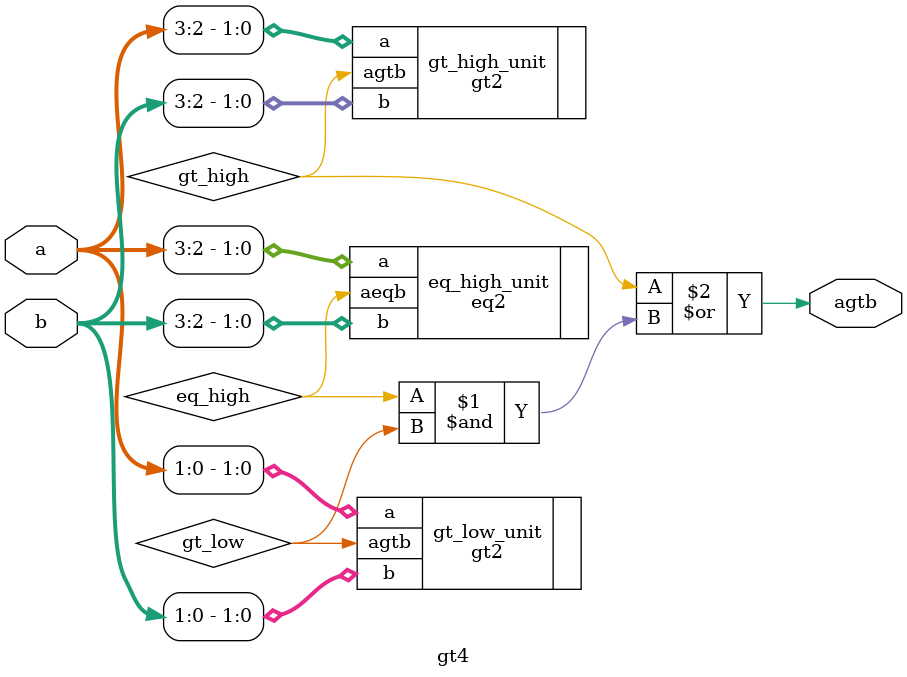
<source format=v>
`timescale 1ns / 1ps

module gt4(
    input [3:0] a,
    input [3:0] b,
    output agtb
    );

	wire gt_high, gt_low, eq_high;
	
	// Compare two higher bits
	gt2 gt_high_unit(.a(a[3:2]), .b(b[3:2]), .agtb(gt_high));
	eq2 eq_high_unit(.a(a[3:2]), .b(b[3:2]), .aeqb(eq_high));
	
	// Compare two lower bits
	gt2 gt_low_unit(.a(a[1:0]), .b(b[1:0]), .agtb(gt_low));
	
	assign agtb = gt_high | (eq_high & gt_low);

endmodule

</source>
